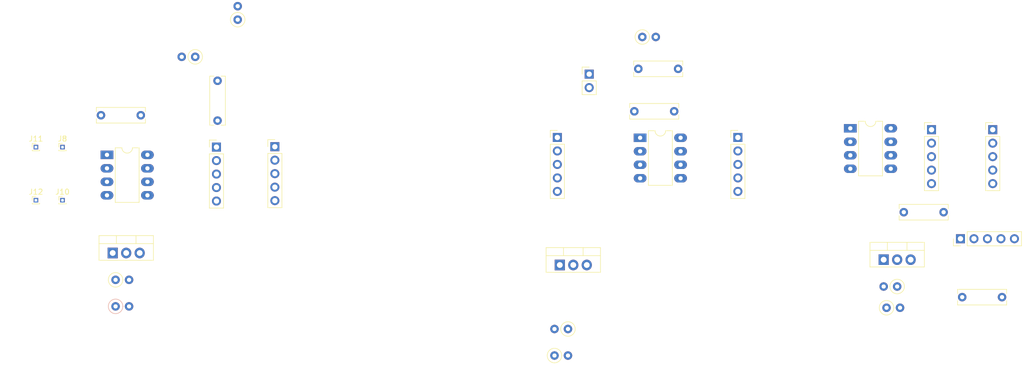
<source format=kicad_pcb>
(kicad_pcb (version 20211014) (generator pcbnew)
  (layers (0 "F.Cu" signal) (31 "B.Cu" signal) (34 "B.Paste" user) (35 "F.Paste" user) (36 "B.SilkS" user "B.Silkscreen") (37 "F.SilkS" user "F.Silkscreen") (38 "B.Mask" user) (39 "F.Mask" user) (44 "Edge.Cuts" user))
  (net 0 "")
  (net 1 "+5V")
  (net 2 "Earth")
  (net 3 "+3.3V")
  (net 4 "CE1")
  (net 5 "SCK1")
  (net 8 "INPUT1")
  (net 9 "MISO1")
  (net 10 "MOSI1")
  (net 11 "CSN1")
  (net 13 "CE2")
  (net 14 "SCK2")
  (net 19 "INPUT2")
  (net 20 "MISO2")
  (net 21 "MOSI2")
  (net 22 "CSN2")
  (net 24 "CE3")
  (net 25 "SCK3")
  (net 28 "MISO3")
  (net 29 "MOSI3")
  (net 30 "CSN3")
  (net 32 "Net-(J10-Pad1)")
  (net 33 "INPUT3")
  (net 34 "Net-(R1-Pad1)")
  (net 35 "Net-(R4-Pad1)")
  (net 36 "Net-(R6-Pad1)")
  (footprint "footprints otg:TO-220-lodret" (layer "F.Cu") (at 134.46 85.945)
    (fp_text reference "U3" hide)
    (fp_text value "LM317_TO-220")
    (fp_line (start 0.69 -3.27) (end 0.69 -1.76) (layer "F.SilkS") (width 0.12))
    (fp_line (start -2.58 -3.27) (end -2.58 1.371) (layer "F.SilkS") (width 0.12))
    (fp_line (start -2.58 -1.76) (end 7.66 -1.76) (layer "F.SilkS") (width 0.12))
    (fp_line (start -2.58 1.371) (end 7.66 1.371) (layer "F.SilkS") (width 0.12))
    (fp_line (start 4.391 -3.27) (end 4.391 -1.76) (layer "F.SilkS") (width 0.12))
    (fp_line (start -2.58 -3.27) (end 7.66 -3.27) (layer "F.SilkS") (width 0.12))
    (fp_line (start 7.66 -3.27) (end 7.66 1.371) (layer "F.SilkS") (width 0.12))
    (pad "1" thru_hole rect locked (at 0 0) (size 1.905 2) (drill 1.1) (layers *.Cu *.Mask) (net 35 "Net-(R4-Pad1)"))
    (pad "2" thru_hole oval locked (at 2.54 0) (size 1.905 2) (drill 1.1) (layers *.Cu *.Mask) (net 3 "+3.3V"))
    (pad "3" thru_hole oval locked (at 5.08 0) (size 1.905 2) (drill 1.1) (layers *.Cu *.Mask) (net 1 "+5V"))
  )
  (footprint "footprints otg:C_7.50mm" (layer "F.Cu") (at 48.045 57.74)
    (fp_text reference "C7" hide)
    (fp_text value "C 100 nf")
    (fp_line (start -0.87 -1.471) (end -0.87 -0.665) (layer "F.SilkS") (width 0.12))
    (fp_line (start -0.87 0.665) (end -0.87 1.471) (layer "F.SilkS") (width 0.12))
    (fp_line (start -0.87 -1.471) (end 8.37 -1.471) (layer "F.SilkS") (width 0.12))
    (fp_line (start 8.37 -1.471) (end 8.37 -0.665) (layer "F.SilkS") (width 0.12))
    (fp_line (start 8.37 0.665) (end 8.37 1.471) (layer "F.SilkS") (width 0.12))
    (fp_line (start -0.87 1.471) (end 8.37 1.471) (layer "F.SilkS") (width 0.12))
    (pad "1" thru_hole circle locked (at 0 0) (size 1.6 1.6) (drill 0.8) (layers *.Cu *.Mask) (net 1 "+5V"))
    (pad "2" thru_hole circle locked (at 7.5 0) (size 1.6 1.6) (drill 0.8) (layers *.Cu *.Mask) (net 2 "Earth"))
  )
  (footprint "footprints otg:R_lodret" (layer "F.Cu") (at 133.46 103)
    (fp_text reference "R4" hide)
    (fp_text value "R 1k")
    (fp_line (start 1.37 0) (end 1.44 0) (layer "F.SilkS") (width 0.12))
    (fp_circle (center 0 0) (end 1.37 0) (layer "F.SilkS") (width 0.12) (fill none))
    (pad "1" thru_hole circle locked (at 0 0) (size 1.6 1.6) (drill 0.8) (layers *.Cu *.Mask) (net 35 "Net-(R4-Pad1)"))
    (pad "2" thru_hole oval locked (at 2.54 0) (size 1.6 1.6) (drill 0.8) (layers *.Cu *.Mask) (net 2 "Earth"))
  )
  (footprint "Connector_PinHeader_1.00mm:PinHeader_1x01_P1.00mm_Vertical" (layer "F.Cu") (at 35.795 63.74)
    (fp_text reference "J11" (at 0 -1.56) (layer "F.SilkS"))
    (fp_text value "Conn_01x01_Male")
    (fp_line (start -0.695 0.685) (end 0.695 0.685) (layer "F.SilkS") (width 0.12))
    (fp_line (start -0.695 0.685) (end -0.608276 0.685) (layer "F.SilkS") (width 0.12))
    (fp_line (start 0.695 0.685) (end 0.695 0.56) (layer "F.SilkS") (width 0.12))
    (fp_line (start -0.695 0) (end -0.695 -0.685) (layer "F.SilkS") (width 0.12))
    (fp_line (start 0.608276 0.685) (end 0.695 0.685) (layer "F.SilkS") (width 0.12))
    (fp_line (start -0.695 -0.685) (end 0 -0.685) (layer "F.SilkS") (width 0.12))
    (fp_line (start -0.695 0.685) (end -0.695 0.56) (layer "F.SilkS") (width 0.12))
    (pad "1" thru_hole rect (at 0 0) (size 0.85 0.85) (drill 0.5) (layers *.Cu *.Mask) (net 1 "+5V"))
  )
  (footprint "footprints otg:1x05" (layer "F.Cu") (at 134 61.925)
    (fp_text reference "J9" hide)
    (fp_text value "Conn_01x05_Male")
    (fp_line (start -1.33 11.49) (end 1.33 11.49) (layer "F.SilkS") (width 0.12))
    (fp_line (start -1.33 -1.33) (end 0 -1.33) (layer "F.SilkS") (width 0.12))
    (fp_line (start -1.33 0) (end -1.33 -1.33) (layer "F.SilkS") (width 0.12))
    (fp_line (start -1.33 1.27) (end 1.33 1.27) (layer "F.SilkS") (width 0.12))
    (fp_line (start -1.33 1.27) (end -1.33 11.49) (layer "F.SilkS") (width 0.12))
    (fp_line (start 1.33 1.27) (end 1.33 11.49) (layer "F.SilkS") (width 0.12))
    (pad "1" thru_hole rect locked (at 0 0) (size 1.7 1.7) (drill 1) (layers *.Cu *.Mask) (net 3 "+3.3V"))
    (pad "2" thru_hole oval locked (at 0 2.54) (size 1.7 1.7) (drill 1) (layers *.Cu *.Mask) (net 28 "MISO3"))
    (pad "3" thru_hole oval locked (at 0 5.08) (size 1.7 1.7) (drill 1) (layers *.Cu *.Mask) (net 29 "MOSI3"))
    (pad "4" thru_hole oval locked (at 0 7.62) (size 1.7 1.7) (drill 1) (layers *.Cu *.Mask) (net 30 "CSN3"))
    (pad "5" thru_hole oval locked (at 0 10.16) (size 1.7 1.7) (drill 1) (layers *.Cu *.Mask))
  )
  (footprint "Connector_PinHeader_1.00mm:PinHeader_1x01_P1.00mm_Vertical" (layer "F.Cu") (at 40.795 73.74)
    (fp_text reference "J10" (at 0 -1.56) (layer "F.SilkS"))
    (fp_text value "Conn_01x01_Male")
    (fp_line (start -0.695 -0.685) (end 0 -0.685) (layer "F.SilkS") (width 0.12))
    (fp_line (start -0.695 0.685) (end -0.608276 0.685) (layer "F.SilkS") (width 0.12))
    (fp_line (start -0.695 0.685) (end -0.695 0.56) (layer "F.SilkS") (width 0.12))
    (fp_line (start 0.695 0.685) (end 0.695 0.56) (layer "F.SilkS") (width 0.12))
    (fp_line (start 0.608276 0.685) (end 0.695 0.685) (layer "F.SilkS") (width 0.12))
    (fp_line (start -0.695 0) (end -0.695 -0.685) (layer "F.SilkS") (width 0.12))
    (fp_line (start -0.695 0.685) (end 0.695 0.685) (layer "F.SilkS") (width 0.12))
    (pad "1" thru_hole rect (at 0 0) (size 0.85 0.85) (drill 0.5) (layers *.Cu *.Mask) (net 32 "Net-(J10-Pad1)"))
  )
  (footprint "footprints otg:C_7.50mm" (layer "F.Cu") (at 210.25 92)
    (fp_text reference "C2" hide)
    (fp_text value "C 22 uf")
    (fp_line (start -0.87 1.471) (end 8.37 1.471) (layer "F.SilkS") (width 0.12))
    (fp_line (start 8.37 0.665) (end 8.37 1.471) (layer "F.SilkS") (width 0.12))
    (fp_line (start 8.37 -1.471) (end 8.37 -0.665) (layer "F.SilkS") (width 0.12))
    (fp_line (start -0.87 -1.471) (end -0.87 -0.665) (layer "F.SilkS") (width 0.12))
    (fp_line (start -0.87 -1.471) (end 8.37 -1.471) (layer "F.SilkS") (width 0.12))
    (fp_line (start -0.87 0.665) (end -0.87 1.471) (layer "F.SilkS") (width 0.12))
    (pad "1" thru_hole circle locked (at 0 0) (size 1.6 1.6) (drill 0.8) (layers *.Cu *.Mask) (net 3 "+3.3V"))
    (pad "2" thru_hole circle locked (at 7.5 0) (size 1.6 1.6) (drill 0.8) (layers *.Cu *.Mask) (net 2 "Earth"))
  )
  (footprint "footprints otg:1x05" (layer "F.Cu") (at 168 61.925)
    (fp_text reference "J7" hide)
    (fp_text value "Conn_01x05_Male")
    (fp_line (start -1.33 11.49) (end 1.33 11.49) (layer "F.SilkS") (width 0.12))
    (fp_line (start 1.33 1.27) (end 1.33 11.49) (layer "F.SilkS") (width 0.12))
    (fp_line (start -1.33 -1.33) (end 0 -1.33) (layer "F.SilkS") (width 0.12))
    (fp_line (start -1.33 1.27) (end -1.33 11.49) (layer "F.SilkS") (width 0.12))
    (fp_line (start -1.33 1.27) (end 1.33 1.27) (layer "F.SilkS") (width 0.12))
    (fp_line (start -1.33 0) (end -1.33 -1.33) (layer "F.SilkS") (width 0.12))
    (pad "1" thru_hole rect locked (at 0 0) (size 1.7 1.7) (drill 1) (layers *.Cu *.Mask) (net 2 "Earth"))
    (pad "2" thru_hole oval locked (at 0 2.54) (size 1.7 1.7) (drill 1) (layers *.Cu *.Mask) (net 24 "CE3"))
    (pad "3" thru_hole oval locked (at 0 5.08) (size 1.7 1.7) (drill 1) (layers *.Cu *.Mask) (net 25 "SCK3"))
    (pad "4" thru_hole oval locked (at 0 7.62) (size 1.7 1.7) (drill 1) (layers *.Cu *.Mask))
    (pad "5" thru_hole oval locked (at 0 10.16) (size 1.7 1.7) (drill 1) (layers *.Cu *.Mask))
  )
  (footprint "footprints otg:C_7.50mm" (layer "F.Cu") (at 156.75 49 180)
    (fp_text reference "C4" hide)
    (fp_text value "C 22 uf")
    (fp_line (start 8.37 -1.471) (end 8.37 -0.665) (layer "F.SilkS") (width 0.12))
    (fp_line (start -0.87 -1.471) (end -0.87 -0.665) (layer "F.SilkS") (width 0.12))
    (fp_line (start -0.87 1.471) (end 8.37 1.471) (layer "F.SilkS") (width 0.12))
    (fp_line (start 8.37 0.665) (end 8.37 1.471) (layer "F.SilkS") (width 0.12))
    (fp_line (start -0.87 0.665) (end -0.87 1.471) (layer "F.SilkS") (width 0.12))
    (fp_line (start -0.87 -1.471) (end 8.37 -1.471) (layer "F.SilkS") (width 0.12))
    (pad "1" thru_hole circle locked (at 0 0 180) (size 1.6 1.6) (drill 0.8) (layers *.Cu *.Mask) (net 3 "+3.3V"))
    (pad "2" thru_hole circle locked (at 7.5 0 180) (size 1.6 1.6) (drill 0.8) (layers *.Cu *.Mask) (net 2 "Earth"))
  )
  (footprint "footprints otg:TO-220-lodret" (layer "F.Cu") (at 50.255 83.685)
    (fp_text reference "U1" hide)
    (fp_text value "LM317_TO-220")
    (fp_line (start 4.391 -3.27) (end 4.391 -1.76) (layer "F.SilkS") (width 0.12))
    (fp_line (start -2.58 -1.76) (end 7.66 -1.76) (layer "F.SilkS") (width 0.12))
    (fp_line (start 0.69 -3.27) (end 0.69 -1.76) (layer "F.SilkS") (width 0.12))
    (fp_line (start -2.58 -3.27) (end -2.58 1.371) (layer "F.SilkS") (width 0.12))
    (fp_line (start -2.58 1.371) (end 7.66 1.371) (layer "F.SilkS") (width 0.12))
    (fp_line (start -2.58 -3.27) (end 7.66 -3.27) (layer "F.SilkS") (width 0.12))
    (fp_line (start 7.66 -3.27) (end 7.66 1.371) (layer "F.SilkS") (width 0.12))
    (pad "1" thru_hole rect locked (at 0 0) (size 1.905 2) (drill 1.1) (layers *.Cu *.Mask) (net 34 "Net-(R1-Pad1)"))
    (pad "2" thru_hole oval locked (at 2.54 0) (size 1.905 2) (drill 1.1) (layers *.Cu *.Mask) (net 3 "+3.3V"))
    (pad "3" thru_hole oval locked (at 5.08 0) (size 1.905 2) (drill 1.1) (layers *.Cu *.Mask) (net 1 "+5V"))
  )
  (footprint "footprints otg:DIP-8" (layer "F.Cu") (at 189.175 60.2)
    (fp_text reference "U4" hide)
    (fp_text value "PIC12F675-IP")
    (fp_line (start 1.56 8.95) (end 6.06 8.95) (layer "F.SilkS") (width 0.12))
    (fp_line (start 1.56 -1.33) (end 1.56 8.95) (layer "F.SilkS") (width 0.12))
    (fp_line (start 6.06 8.95) (end 6.06 -1.33) (layer "F.SilkS") (width 0.12))
    (fp_line (start 2.81 -1.33) (end 1.56 -1.33) (layer "F.SilkS") (width 0.12))
    (fp_line (start 6.06 -1.33) (end 4.81 -1.33) (layer "F.SilkS") (width 0.12))
    (fp_arc (start 4.81 -1.33) (mid 3.81 -0.33) (end 2.81 -1.33) (layer "F.SilkS") (width 0.12))
    (pad "1" thru_hole rect locked (at 0 0) (size 2.4 1.6) (drill 0.8) (layers *.Cu *.Mask) (net 1 "+5V"))
    (pad "2" thru_hole oval locked (at 0 2.54) (size 2.4 1.6) (drill 0.8) (layers *.Cu *.Mask) (net 22 "CSN2"))
    (pad "3" thru_hole oval locked (at 0 5.08) (size 2.4 1.6) (drill 0.8) (layers *.Cu *.Mask) (net 21 "MOSI2"))
    (pad "4" thru_hole oval locked (at 0 7.62) (size 2.4 1.6) (drill 0.8) (layers *.Cu *.Mask) (net 20 "MISO2"))
    (pad "5" thru_hole oval locked (at 7.62 7.62) (size 2.4 1.6) (drill 0.8) (layers *.Cu *.Mask) (net 19 "INPUT2"))
    (pad "6" thru_hole oval locked (at 7.62 5.08) (size 2.4 1.6) (drill 0.8) (layers *.Cu *.Mask) (net 14 "SCK2"))
    (pad "7" thru_hole oval locked (at 7.62 2.54) (size 2.4 1.6) (drill 0.8) (layers *.Cu *.Mask) (net 13 "CE2"))
    (pad "8" thru_hole oval locked (at 7.62 0) (size 2.4 1.6) (drill 0.8) (layers *.Cu *.Mask) (net 2 "Earth"))
  )
  (footprint "footprints otg:R_lodret" (layer "F.Cu") (at 196 94)
    (fp_text reference "R6" hide)
    (fp_text value "R 1k")
    (fp_line (start 1.37 0) (end 1.44 0) (layer "F.SilkS") (width 0.12))
    (fp_circle (center 0 0) (end 1.37 0) (layer "F.SilkS") (width 0.12) (fill none))
    (pad "1" thru_hole circle locked (at 0 0) (size 1.6 1.6) (drill 0.8) (layers *.Cu *.Mask) (net 36 "Net-(R6-Pad1)"))
    (pad "2" thru_hole oval locked (at 2.54 0) (size 1.6 1.6) (drill 0.8) (layers *.Cu *.Mask) (net 2 "Earth"))
  )
  (footprint "footprints otg:1x05" (layer "F.Cu") (at 69.795 63.74)
    (fp_text reference "J1" hide)
    (fp_text value "Conn_01x05_Male")
    (fp_line (start 1.33 1.27) (end 1.33 11.49) (layer "F.SilkS") (width 0.12))
    (fp_line (start -1.33 11.49) (end 1.33 11.49) (layer "F.SilkS") (width 0.12))
    (fp_line (start -1.33 0) (end -1.33 -1.33) (layer "F.SilkS") (width 0.12))
    (fp_line (start -1.33 -1.33) (end 0 -1.33) (layer "F.SilkS") (width 0.12))
    (fp_line (start -1.33 1.27) (end -1.33 11.49) (layer "F.SilkS") (width 0.12))
    (fp_line (start -1.33 1.27) (end 1.33 1.27) (layer "F.SilkS") (width 0.12))
    (pad "1" thru_hole rect locked (at 0 0) (size 1.7 1.7) (drill 1) (layers *.Cu *.Mask) (net 2 "Earth"))
    (pad "2" thru_hole oval locked (at 0 2.54) (size 1.7 1.7) (drill 1) (layers *.Cu *.Mask) (net 4 "CE1"))
    (pad "3" thru_hole oval locked (at 0 5.08) (size 1.7 1.7) (drill 1) (layers *.Cu *.Mask) (net 5 "SCK1"))
    (pad "4" thru_hole oval locked (at 0 7.62) (size 1.7 1.7) (drill 1) (layers *.Cu *.Mask))
    (pad "5" thru_hole oval locked (at 0 10.16) (size 1.7 1.7) (drill 1) (layers *.Cu *.Mask))
  )
  (footprint "Connector_PinHeader_1.00mm:PinHeader_1x01_P1.00mm_Vertical" (layer "F.Cu") (at 35.795 73.74)
    (fp_text reference "J12" (at 0 -1.56) (layer "F.SilkS"))
    (fp_text value "Conn_01x01_Male")
    (fp_line (start -0.695 0.685) (end -0.608276 0.685) (layer "F.SilkS") (width 0.12))
    (fp_line (start 0.608276 0.685) (end 0.695 0.685) (layer "F.SilkS") (width 0.12))
    (fp_line (start -0.695 0) (end -0.695 -0.685) (layer "F.SilkS") (width 0.12))
    (fp_line (start -0.695 0.685) (end 0.695 0.685) (layer "F.SilkS") (width 0.12))
    (fp_line (start 0.695 0.685) (end 0.695 0.56) (layer "F.SilkS") (width 0.12))
    (fp_line (start -0.695 0.685) (end -0.695 0.56) (layer "F.SilkS") (width 0.12))
    (fp_line (start -0.695 -0.685) (end 0 -0.685) (layer "F.SilkS") (width 0.12))
    (pad "1" thru_hole rect (at 0 0) (size 0.85 0.85) (drill 0.5) (layers *.Cu *.Mask) (net 33 "INPUT3"))
  )
  (footprint "Connector_PinHeader_1.00mm:PinHeader_1x01_P1.00mm_Vertical" (layer "F.Cu") (at 40.795 63.74)
    (fp_text reference "J8" (at 0 -1.56) (layer "F.SilkS"))
    (fp_text value "Conn_01x01_Male")
    (fp_line (start -0.695 0) (end -0.695 -0.685) (layer "F.SilkS") (width 0.12))
    (fp_line (start -0.695 0.685) (end -0.608276 0.685) (layer "F.SilkS") (width 0.12))
    (fp_line (start -0.695 -0.685) (end 0 -0.685) (layer "F.SilkS") (width 0.12))
    (fp_line (start 0.695 0.685) (end 0.695 0.56) (layer "F.SilkS") (width 0.12))
    (fp_line (start 0.608276 0.685) (end 0.695 0.685) (layer "F.SilkS") (width 0.12))
    (fp_line (start -0.695 0.685) (end -0.695 0.56) (layer "F.SilkS") (width 0.12))
    (fp_line (start -0.695 0.685) (end 0.695 0.685) (layer "F.SilkS") (width 0.12))
    (pad "1" thru_hole rect (at 0 0) (size 0.85 0.85) (drill 0.5) (layers *.Cu *.Mask) (net 1 "+5V"))
  )
  (footprint "footprints otg:1x02" (layer "F.Cu") (at 140 50)
    (fp_text reference "J2" hide)
    (fp_text value "Conn_01x02_Male")
    (fp_line (start 1.33 1.27) (end 1.33 3.87) (layer "F.SilkS") (width 0.12))
    (fp_line (start -1.33 3.87) (end 1.33 3.87) (layer "F.SilkS") (width 0.12))
    (fp_line (start -1.33 -1.33) (end 0 -1.33) (layer "F.SilkS") (width 0.12))
    (fp_line (start -1.33 1.27) (end 1.33 1.27) (layer "F.SilkS") (width 0.12))
    (fp_line (start -1.33 1.27) (end -1.33 3.87) (layer "F.SilkS") (width 0.12))
    (fp_line (start -1.33 0) (end -1.33 -1.33) (layer "F.SilkS") (width 0.12))
    (pad "1" thru_hole rect locked (at 0 0) (size 1.7 1.7) (drill 1) (layers *.Cu *.Mask) (net 1 "+5V"))
    (pad "2" thru_hole oval locked (at 0 2.54) (size 1.7 1.7) (drill 1) (layers *.Cu *.Mask) (net 8 "INPUT1"))
  )
  (footprint "footprints otg:R_lodret" (layer "F.Cu") (at 198 90 180)
    (fp_text reference "R7" hide)
    (fp_text value "R 680")
    (fp_line (start 1.37 0) (end 1.44 0) (layer "F.SilkS") (width 0.12))
    (fp_circle (center 0 0) (end 1.37 0) (layer "F.SilkS") (width 0.12) (fill none))
    (pad "1" thru_hole circle locked (at 0 0 180) (size 1.6 1.6) (drill 0.8) (layers *.Cu *.Mask) (net 3 "+3.3V"))
    (pad "2" thru_hole oval locked (at 2.54 0 180) (size 1.6 1.6) (drill 0.8) (layers *.Cu *.Mask) (net 36 "Net-(R6-Pad1)"))
  )
  (footprint "footprints otg:R_lodret" (layer "F.Cu") (at 150 43)
    (fp_text reference "R2" hide)
    (fp_text value "R 10k")
    (fp_line (start 1.37 0) (end 1.44 0) (layer "F.SilkS") (width 0.12))
    (fp_circle (center 0 0) (end 1.37 0) (layer "F.SilkS") (width 0.12) (fill none))
    (pad "1" thru_hole circle locked (at 0 0) (size 1.6 1.6) (drill 0.8) (layers *.Cu *.Mask) (net 8 "INPUT1"))
    (pad "2" thru_hole oval locked (at 2.54 0) (size 1.6 1.6) (drill 0.8) (layers *.Cu *.Mask) (net 2 "Earth"))
  )
  (footprint "footprints otg:1x05" (layer "F.Cu") (at 204.47 60.46)
    (fp_text reference "J4" hide)
    (fp_text value "Conn_01x05_Male")
    (fp_line (start -1.33 0) (end -1.33 -1.33) (layer "F.SilkS") (width 0.12))
    (fp_line (start 1.33 1.27) (end 1.33 11.49) (layer "F.SilkS") (width 0.12))
    (fp_line (start -1.33 1.27) (end -1.33 11.49) (layer "F.SilkS") (width 0.12))
    (fp_line (start -1.33 11.49) (end 1.33 11.49) (layer "F.SilkS") (width 0.12))
    (fp_line (start -1.33 1.27) (end 1.33 1.27) (layer "F.SilkS") (width 0.12))
    (fp_line (start -1.33 -1.33) (end 0 -1.33) (layer "F.SilkS") (width 0.12))
    (pad "1" thru_hole rect locked (at 0 0) (size 1.7 1.7) (drill 1) (layers *.Cu *.Mask) (net 2 "Earth"))
    (pad "2" thru_hole oval locked (at 0 2.54) (size 1.7 1.7) (drill 1) (layers *.Cu *.Mask) (net 13 "CE2"))
    (pad "3" thru_hole oval locked (at 0 5.08) (size 1.7 1.7) (drill 1) (layers *.Cu *.Mask) (net 14 "SCK2"))
    (pad "4" thru_hole oval locked (at 0 7.62) (size 1.7 1.7) (drill 1) (layers *.Cu *.Mask))
    (pad "5" thru_hole oval locked (at 0 10.16) (size 1.7 1.7) (drill 1) (layers *.Cu *.Mask))
  )
  (footprint "footprints otg:DIP-8" (layer "F.Cu") (at 49.175 65.2)
    (fp_text reference "U2" hide)
    (fp_text value "PIC12F675-IP")
    (fp_line (start 6.06 -1.33) (end 4.81 -1.33) (layer "F.SilkS") (width 0.12))
    (fp_line (start 6.06 8.95) (end 6.06 -1.33) (layer "F.SilkS") (width 0.12))
    (fp_line (start 1.56 8.95) (end 6.06 8.95) (layer "F.SilkS") (width 0.12))
    (fp_line (start 2.81 -1.33) (end 1.56 -1.33) (layer "F.SilkS") (width 0.12))
    (fp_line (start 1.56 -1.33) (end 1.56 8.95) (layer "F.SilkS") (width 0.12))
    (fp_arc (start 4.81 -1.33) (mid 3.81 -0.33) (end 2.81 -1.33) (layer "F.SilkS") (width 0.12))
    (pad "1" thru_hole rect locked (at 0 0) (size 2.4 1.6) (drill 0.8) (layers *.Cu *.Mask) (net 1 "+5V"))
    (pad "2" thru_hole oval locked (at 0 2.54) (size 2.4 1.6) (drill 0.8) (layers *.Cu *.Mask) (net 11 "CSN1"))
    (pad "3" thru_hole oval locked (at 0 5.08) (size 2.4 1.6) (drill 0.8) (layers *.Cu *.Mask) (net 10 "MOSI1"))
    (pad "4" thru_hole oval locked (at 0 7.62) (size 2.4 1.6) (drill 0.8) (layers *.Cu *.Mask) (net 9 "MISO1"))
    (pad "5" thru_hole oval locked (at 7.62 7.62) (size 2.4 1.6) (drill 0.8) (layers *.Cu *.Mask) (net 8 "INPUT1"))
    (pad "6" thru_hole oval locked (at 7.62 5.08) (size 2.4 1.6) (drill 0.8) (layers *.Cu *.Mask) (net 5 "SCK1"))
    (pad "7" thru_hole oval locked (at 7.62 2.54) (size 2.4 1.6) (drill 0.8) (layers *.Cu *.Mask) (net 4 "CE1"))
    (pad "8" thru_hole oval locked (at 7.62 0) (size 2.4 1.6) (drill 0.8) (layers *.Cu *.Mask) (net 2 "Earth"))
  )
  (footprint "footprints otg:C_7.50mm" (layer "F.Cu") (at 199.25 76)
    (fp_text reference "C1" hide)
    (fp_text value "C 100 nf")
    (fp_line (start -0.87 -1.471) (end 8.37 -1.471) (layer "F.SilkS") (width 0.12))
    (fp_line (start 8.37 -1.471) (end 8.37 -0.665) (layer "F.SilkS") (width 0.12))
    (fp_line (start -0.87 -1.471) (end -0.87 -0.665) (layer "F.SilkS") (width 0.12))
    (fp_line (start -0.87 1.471) (end 8.37 1.471) (layer "F.SilkS") (width 0.12))
    (fp_line (start -0.87 0.665) (end -0.87 1.471) (layer "F.SilkS") (width 0.12))
    (fp_line (start 8.37 0.665) (end 8.37 1.471) (layer "F.SilkS") (width 0.12))
    (pad "1" thru_hole circle locked (at 0 0) (size 1.6 1.6) (drill 0.8) (layers *.Cu *.Mask) (net 1 "+5V"))
    (pad "2" thru_hole circle locked (at 7.5 0) (size 1.6 1.6) (drill 0.8) (layers *.Cu *.Mask) (net 2 "Earth"))
  )
  (footprint "footprints otg:1x05" (layer "F.Cu") (at 209.925 81 90)
    (fp_text reference "J5" hide)
    (fp_text value "Conn_01x05_Male")
    (fp_line (start -1.33 -1.33) (end 0 -1.33) (layer "F.SilkS") (width 0.12))
    (fp_line (start -1.33 11.49) (end 1.33 11.49) (layer "F.SilkS") (width 0.12))
    (fp_line (start -1.33 1.27) (end 1.33 1.27) (layer "F.SilkS") (width 0.12))
    (fp_line (start -1.33 0) (end -1.33 -1.33) (layer "F.SilkS") (width 0.12))
    (fp_line (start -1.33 1.27) (end -1.33 11.49) (layer "F.SilkS") (width 0.12))
    (fp_line (start 1.33 1.27) (end 1.33 11.49) (layer "F.SilkS") (width 0.12))
    (pad "1" thru_hole rect locked (at 0 0 90) (size 1.7 1.7) (drill 1) (layers *.Cu *.Mask) (net 1 "+5V"))
    (pad "2" thru_hole oval locked (at 0 2.54 90) (size 1.7 1.7) (drill 1) (layers *.Cu *.Mask))
    (pad "3" thru_hole oval locked (at 0 5.08 90) (size 1.7 1.7) (drill 1) (layers *.Cu *.Mask))
    (pad "4" thru_hole oval locked (at 0 7.62 90) (size 1.7 1.7) (drill 1) (layers *.Cu *.Mask) (net 19 "INPUT2"))
    (pad "5" thru_hole oval locked (at 0 10.16 90) (size 1.7 1.7) (drill 1) (layers *.Cu *.Mask) (net 2 "Earth"))
  )
  (footprint "footprints otg:R_lodret" (layer "F.Cu") (at 73.795 39.74 90)
    (fp_text reference "R3" hide)
    (fp_text value "R 680")
    (fp_line (start 1.37 0) (end 1.44 0) (layer "F.SilkS") (width 0.12))
    (fp_circle (center 0 0) (end 1.37 0) (layer "F.SilkS") (width 0.12) (fill none))
    (pad "1" thru_hole circle locked (at 0 0 90) (size 1.6 1.6) (drill 0.8) (layers *.Cu *.Mask) (net 3 "+3.3V"))
    (pad "2" thru_hole oval locked (at 2.54 0 90) (size 1.6 1.6) (drill 0.8) (layers *.Cu *.Mask) (net 34 "Net-(R1-Pad1)"))
  )
  (footprint "footprints otg:R_lodret" (layer "F.Cu") (at 50.795 88.74)
    (fp_text reference "R8" hide)
    (fp_text value "R 120")
    (fp_line (start 1.37 0) (end 1.44 0) (layer "F.SilkS") (width 0.12))
    (fp_circle (center 0 0) (end 1.37 0) (layer "F.SilkS") (width 0.12) (fill none))
    (pad "1" thru_hole circle locked (at 0 0) (size 1.6 1.6) (drill 0.8) (layers *.Cu *.Mask) (net 32 "Net-(J10-Pad1)"))
    (pad "2" thru_hole oval locked (at 2.54 0) (size 1.6 1.6) (drill 0.8) (layers *.Cu *.Mask) (net 2 "Earth"))
  )
  (footprint "footprints otg:TO-220-lodret" (layer "F.Cu") (at 195.46 84.945)
    (fp_text reference "U5" hide)
    (fp_text value "LM317_TO-220")
    (fp_line (start -2.58 -3.27) (end -2.58 1.371) (layer "F.SilkS") (width 0.12))
    (fp_line (start -2.58 1.371) (end 7.66 1.371) (layer "F.SilkS") (width 0.12))
    (fp_line (start -2.58 -1.76) (end 7.66 -1.76) (layer "F.SilkS") (width 0.12))
    (fp_line (start 0.69 -3.27) (end 0.69 -1.76) (layer "F.SilkS") (width 0.12))
    (fp_line (start -2.58 -3.27) (end 7.66 -3.27) (layer "F.SilkS") (width 0.12))
    (fp_line (start 7.66 -3.27) (end 7.66 1.371) (layer "F.SilkS") (width 0.12))
    (fp_line (start 4.391 -3.27) (end 4.391 -1.76) (layer "F.SilkS") (width 0.12))
    (pad "1" thru_hole rect locked (at 0 0) (size 1.905 2) (drill 1.1) (layers *.Cu *.Mask) (net 36 "Net-(R6-Pad1)"))
    (pad "2" thru_hole oval locked (at 2.54 0) (size 1.905 2) (drill 1.1) (layers *.Cu *.Mask) (net 3 "+3.3V"))
    (pad "3" thru_hole oval locked (at 5.08 0) (size 1.905 2) (drill 1.1) (layers *.Cu *.Mask) (net 1 "+5V"))
  )
  (footprint "footprints otg:1x05" (layer "F.Cu") (at 80.795 63.665)
    (fp_text reference "J3" hide)
    (fp_text value "Conn_01x05_Male")
    (fp_line (start 1.33 1.27) (end 1.33 11.49) (layer "F.SilkS") (width 0.12))
    (fp_line (start -1.33 -1.33) (end 0 -1.33) (layer "F.SilkS") (width 0.12))
    (fp_line (start -1.33 11.49) (end 1.33 11.49) (layer "F.SilkS") (width 0.12))
    (fp_line (start -1.33 0) (end -1.33 -1.33) (layer "F.SilkS") (width 0.12))
    (fp_line (start -1.33 1.27) (end 1.33 1.27) (layer "F.SilkS") (width 0.12))
    (fp_line (start -1.33 1.27) (end -1.33 11.49) (layer "F.SilkS") (width 0.12))
    (pad "1" thru_hole rect locked (at 0 0) (size 1.7 1.7) (drill 1) (layers *.Cu *.Mask) (net 3 "+3.3V"))
    (pad "2" thru_hole oval locked (at 0 2.54) (size 1.7 1.7) (drill 1) (layers *.Cu *.Mask) (net 9 "MISO1"))
    (pad "3" thru_hole oval locked (at 0 5.08) (size 1.7 1.7) (drill 1) (layers *.Cu *.Mask) (net 10 "MOSI1"))
    (pad "4" thru_hole oval locked (at 0 7.62) (size 1.7 1.7) (drill 1) (layers *.Cu *.Mask) (net 11 "CSN1"))
    (pad "5" thru_hole oval locked (at 0 10.16) (size 1.7 1.7) (drill 1) (layers *.Cu *.Mask))
  )
  (footprint "footprints otg:R_lodret" (layer "F.Cu") (at 65.795 46.74 180)
    (fp_text reference "R1" hide)
    (fp_text value "R 1k")
    (fp_line (start 1.37 0) (end 1.44 0) (layer "F.SilkS") (width 0.12))
    (fp_circle (center 0 0) (end 1.37 0) (layer "F.SilkS") (width 0.12) (fill none))
    (pad "1" thru_hole circle locked (at 0 0 180) (size 1.6 1.6) (drill 0.8) (layers *.Cu *.Mask) (net 34 "Net-(R1-Pad1)"))
    (pad "2" thru_hole oval locked (at 2.54 0 180) (size 1.6 1.6) (drill 0.8) (layers *.Cu *.Mask) (net 2 "Earth"))
  )
  (footprint "footprints otg:C_7.50mm" (layer "F.Cu") (at 70 51.25 -90)
    (fp_text reference "C9" hide)
    (fp_text value "C 22 uf")
    (fp_line (start 8.37 -1.471) (end 8.37 -0.665) (layer "F.SilkS") (width 0.12))
    (fp_line (start 8.37 0.665) (end 8.37 1.471) (layer "F.SilkS") (width 0.12))
    (fp_line (start -0.87 -1.471) (end 8.37 -1.471) (layer "F.SilkS") (width 0.12))
    (fp_line (start -0.87 -1.471) (end -0.87 -0.665) (layer "F.SilkS") (width 0.12))
    (fp_line (start -0.87 0.665) (end -0.87 1.471) (layer "F.SilkS") (width 0.12))
    (fp_line (start -0.87 1.471) (end 8.37 1.471) (layer "F.SilkS") (width 0.12))
    (pad "1" thru_hole circle locked (at 0 0 270) (size 1.6 1.6) (drill 0.8) (layers *.Cu *.Mask) (net 3 "+3.3V"))
    (pad "2" thru_hole circle locked (at 7.5 0 270) (size 1.6 1.6) (drill 0.8) (layers *.Cu *.Mask) (net 2 "Earth"))
  )
  (footprint "footprints otg:DIP-8" (layer "F.Cu") (at 149.591 61.986)
    (fp_text reference "U6" hide)
    (fp_text value "PIC12F675-IP")
    (fp_line (start 2.81 -1.33) (end 1.56 -1.33) (layer "F.SilkS") (width 0.12))
    (fp_line (start 6.06 8.95) (end 6.06 -1.33) (layer "F.SilkS") (width 0.12))
    (fp_line (start 1.56 8.95) (end 6.06 8.95) (layer "F.SilkS") (width 0.12))
    (fp_line (start 6.06 -1.33) (end 4.81 -1.33) (layer "F.SilkS") (width 0.12))
    (fp_line (start 1.56 -1.33) (end 1.56 8.95) (layer "F.SilkS") (width 0.12))
    (fp_arc (start 4.81 -1.33) (mid 3.81 -0.33) (end 2.81 -1.33) (layer "F.SilkS") (width 0.12))
    (pad "1" thru_hole rect locked (at 0 0) (size 2.4 1.6) (drill 0.8) (layers *.Cu *.Mask) (net 1 "+5V"))
    (pad "2" thru_hole oval locked (at 0 2.54) (size 2.4 1.6) (drill 0.8) (layers *.Cu *.Mask) (net 30 "CSN3"))
    (pad "3" thru_hole oval locked (at 0 5.08) (size 2.4 1.6) (drill 0.8) (layers *.Cu *.Mask) (net 29 "MOSI3"))
    (pad "4" thru_hole oval locked (at 0 7.62) (size 2.4 1.6) (drill 0.8) (layers *.Cu *.Mask) (net 28 "MISO3"))
    (pad "5" thru_hole oval locked (at 7.62 7.62) (size 2.4 1.6) (drill 0.8) (layers *.Cu *.Mask) (net 33 "INPUT3"))
    (pad "6" thru_hole oval locked (at 7.62 5.08) (size 2.4 1.6) (drill 0.8) (layers *.Cu *.Mask) (net 25 "SCK3"))
    (pad "7" thru_hole oval locked (at 7.62 2.54) (size 2.4 1.6) (drill 0.8) (layers *.Cu *.Mask) (net 24 "CE3"))
    (pad "8" thru_hole oval locked (at 7.62 0) (size 2.4 1.6) (drill 0.8) (layers *.Cu *.Mask) (net 2 "Earth"))
  )
  (footprint "footprints otg:C_7.50mm" (layer "F.Cu") (at 156 57 180)
    (fp_text reference "C3" hide)
    (fp_text value "C 100 nf")
    (fp_line (start -0.87 -1.471) (end -0.87 -0.665) (layer "F.SilkS") (width 0.12))
    (fp_line (start -0.87 -1.471) (end 8.37 -1.471) (layer "F.SilkS") (width 0.12))
    (fp_line (start 8.37 0.665) (end 8.37 1.471) (layer "F.SilkS") (width 0.12))
    (fp_line (start -0.87 0.665) (end -0.87 1.471) (layer "F.SilkS") (width 0.12))
    (fp_line (start 8.37 -1.471) (end 8.37 -0.665) (layer "F.SilkS") (width 0.12))
    (fp_line (start -0.87 1.471) (end 8.37 1.471) (layer "F.SilkS") (width 0.12))
    (pad "1" thru_hole circle locked (at 0 0 180) (size 1.6 1.6) (drill 0.8) (layers *.Cu *.Mask) (net 1 "+5V"))
    (pad "2" thru_hole circle locked (at 7.5 0 180) (size 1.6 1.6) (drill 0.8) (layers *.Cu *.Mask) (net 2 "Earth"))
  )
  (footprint "footprints otg:1x05" (layer "F.Cu") (at 216 60.46)
    (fp_text reference "J6" hide)
    (fp_text value "Conn_01x05_Male")
    (fp_line (start -1.33 0) (end -1.33 -1.33) (layer "F.SilkS") (width 0.12))
    (fp_line (start -1.33 11.49) (end 1.33 11.49) (layer "F.SilkS") (width 0.12))
    (fp_line (start -1.33 -1.33) (end 0 -1.33) (layer "F.SilkS") (width 0.12))
    (fp_line (start 1.33 1.27) (end 1.33 11.49) (layer "F.SilkS") (width 0.12))
    (fp_line (start -1.33 1.27) (end -1.33 11.49) (layer "F.SilkS") (width 0.12))
    (fp_line (start -1.33 1.27) (end 1.33 1.27) (layer "F.SilkS") (width 0.12))
    (pad "1" thru_hole rect locked (at 0 0) (size 1.7 1.7) (drill 1) (layers *.Cu *.Mask) (net 3 "+3.3V"))
    (pad "2" thru_hole oval locked (at 0 2.54) (size 1.7 1.7) (drill 1) (layers *.Cu *.Mask) (net 20 "MISO2"))
    (pad "3" thru_hole oval locked (at 0 5.08) (size 1.7 1.7) (drill 1) (layers *.Cu *.Mask) (net 21 "MOSI2"))
    (pad "4" thru_hole oval locked (at 0 7.62) (size 1.7 1.7) (drill 1) (layers *.Cu *.Mask) (net 22 "CSN2"))
    (pad "5" thru_hole oval locked (at 0 10.16) (size 1.7 1.7) (drill 1) (layers *.Cu *.Mask))
  )
  (footprint "footprints otg:R_lodret" (layer "F.Cu") (at 136 98 180)
    (fp_text reference "R5" hide)
    (fp_text value "R 680")
    (fp_line (start 1.37 0) (end 1.44 0) (layer "F.SilkS") (width 0.12))
    (fp_circle (center 0 0) (end 1.37 0) (layer "F.SilkS") (width 0.12) (fill none))
    (pad "1" thru_hole circle locked (at 0 0 180) (size 1.6 1.6) (drill 0.8) (layers *.Cu *.Mask) (net 3 "+3.3V"))
    (pad "2" thru_hole oval locked (at 2.54 0 180) (size 1.6 1.6) (drill 0.8) (layers *.Cu *.Mask) (net 35 "Net-(R4-Pad1)"))
  )
  (footprint "footprints otg:R_lodret" (layer "B.Cu") (at 50.795 93.74)
    (fp_text reference "R9" hide)
    (fp_text value "R 10k")
    (fp_line (start 1.37 0) (end 1.44 0) (layer "B.SilkS") (width 0.12))
    (fp_circle (center 0 0) (end 1.37 0) (layer "B.SilkS") (width 0.12) (fill none))
    (pad "1" thru_hole circle locked (at 0 0) (size 1.6 1.6) (drill 0.8) (layers *.Cu *.Mask) (net 33 "INPUT3"))
    (pad "2" thru_hole oval locked (at 2.54 0) (size 1.6 1.6) (drill 0.8) (layers *.Cu *.Mask) (net 2 "Earth"))
  )
)
</source>
